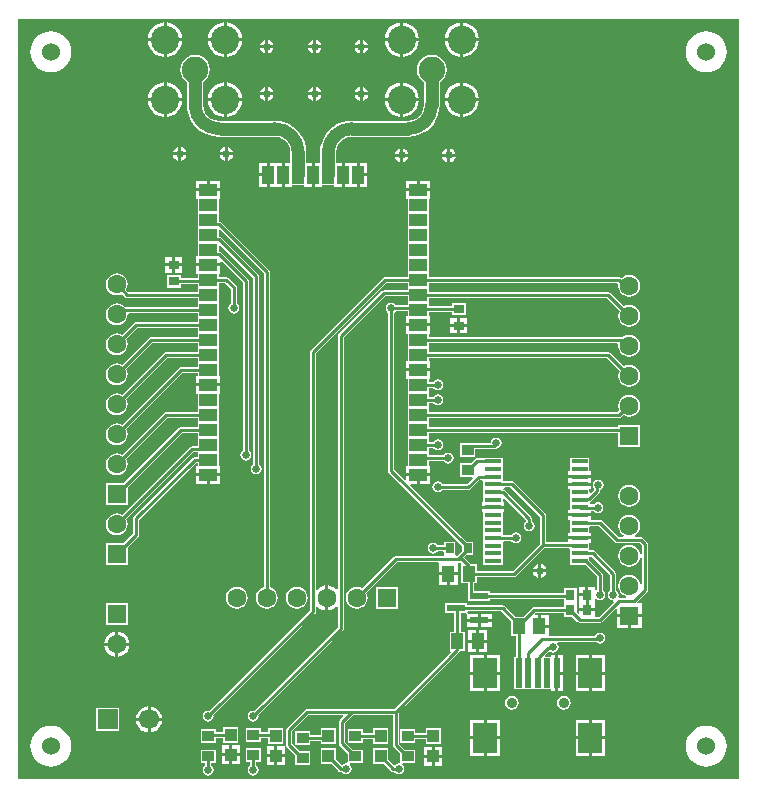
<source format=gtl>
G04*
G04 #@! TF.GenerationSoftware,Altium Limited,Altium NEXUS,2.1.7 (73)*
G04*
G04 Layer_Physical_Order=1*
G04 Layer_Color=255*
%FSLAX44Y44*%
%MOMM*%
G71*
G01*
G75*
%ADD14C,0.2540*%
%ADD17R,1.6100X0.6100*%
%ADD18R,1.1000X1.3800*%
%ADD19R,1.0000X0.9000*%
%ADD20R,1.0000X1.1000*%
%ADD21R,2.0000X2.5000*%
%ADD22R,0.5000X2.5000*%
%ADD23R,0.8000X0.9000*%
%ADD24R,1.3970X0.3480*%
%ADD25R,0.9000X0.8000*%
%ADD26R,1.0160X1.5240*%
%ADD27R,1.5240X1.0160*%
%ADD28R,0.7000X0.9000*%
%ADD29C,1.1000*%
%ADD51C,0.6500*%
%ADD52C,1.5240*%
%ADD53C,0.9000*%
%ADD54R,1.6000X1.6000*%
%ADD55C,1.6000*%
%ADD56C,2.4000*%
%ADD57C,2.2500*%
%ADD58R,1.7000X1.7000*%
%ADD59C,1.7000*%
%ADD60R,1.6000X1.6000*%
G36*
X867126Y914116D02*
Y270794D01*
X256824Y270794D01*
Y914116D01*
X867126Y914116D01*
D02*
G37*
%LPC*%
G36*
X433400Y911318D02*
Y898090D01*
X446628D01*
X446296Y900616D01*
X444831Y904153D01*
X442500Y907190D01*
X439463Y909521D01*
X435926Y910986D01*
X433400Y911318D01*
D02*
G37*
G36*
X430860D02*
X428334Y910986D01*
X424797Y909521D01*
X421760Y907190D01*
X419429Y904153D01*
X417964Y900616D01*
X417632Y898090D01*
X430860D01*
Y911318D01*
D02*
G37*
G36*
X382600D02*
Y898090D01*
X395828D01*
X395496Y900616D01*
X394031Y904153D01*
X391700Y907190D01*
X388663Y909521D01*
X385126Y910986D01*
X382600Y911318D01*
D02*
G37*
G36*
X380060D02*
X377534Y910986D01*
X373997Y909521D01*
X370960Y907190D01*
X368629Y904153D01*
X367164Y900616D01*
X366832Y898090D01*
X380060D01*
Y911318D01*
D02*
G37*
G36*
X633720Y911268D02*
Y898040D01*
X646948D01*
X646616Y900566D01*
X645151Y904103D01*
X642820Y907140D01*
X639783Y909471D01*
X636246Y910936D01*
X633720Y911268D01*
D02*
G37*
G36*
X582920D02*
Y898040D01*
X596148D01*
X595816Y900566D01*
X594351Y904103D01*
X592020Y907140D01*
X588983Y909471D01*
X585446Y910936D01*
X582920Y911268D01*
D02*
G37*
G36*
X631180Y911268D02*
X628654Y910936D01*
X625117Y909471D01*
X622080Y907140D01*
X619749Y904103D01*
X618284Y900566D01*
X617952Y898040D01*
X631180D01*
Y911268D01*
D02*
G37*
G36*
X580380D02*
X577854Y910936D01*
X574317Y909471D01*
X571280Y907140D01*
X568949Y904103D01*
X567484Y900566D01*
X567152Y898040D01*
X580380D01*
Y911268D01*
D02*
G37*
G36*
X548640Y896551D02*
Y892170D01*
X553021D01*
X552824Y893159D01*
X551544Y895074D01*
X549629Y896354D01*
X548640Y896551D01*
D02*
G37*
G36*
X546100D02*
X545111Y896354D01*
X543196Y895074D01*
X541916Y893159D01*
X541719Y892170D01*
X546100D01*
Y896551D01*
D02*
G37*
G36*
X509270D02*
Y892170D01*
X513651D01*
X513454Y893159D01*
X512174Y895074D01*
X510259Y896354D01*
X509270Y896551D01*
D02*
G37*
G36*
X506730D02*
X505741Y896354D01*
X503826Y895074D01*
X502546Y893159D01*
X502349Y892170D01*
X506730D01*
Y896551D01*
D02*
G37*
G36*
X468630D02*
Y892170D01*
X473011D01*
X472814Y893159D01*
X471534Y895074D01*
X469619Y896354D01*
X468630Y896551D01*
D02*
G37*
G36*
X466090D02*
X465101Y896354D01*
X463186Y895074D01*
X461906Y893159D01*
X461709Y892170D01*
X466090D01*
Y896551D01*
D02*
G37*
G36*
X553021Y889630D02*
X548640D01*
Y885249D01*
X549629Y885446D01*
X551544Y886726D01*
X552824Y888641D01*
X553021Y889630D01*
D02*
G37*
G36*
X546100D02*
X541719D01*
X541916Y888641D01*
X543196Y886726D01*
X545111Y885446D01*
X546100Y885249D01*
Y889630D01*
D02*
G37*
G36*
X513651D02*
X509270D01*
Y885249D01*
X510259Y885446D01*
X512174Y886726D01*
X513454Y888641D01*
X513651Y889630D01*
D02*
G37*
G36*
X506730D02*
X502349D01*
X502546Y888641D01*
X503826Y886726D01*
X505741Y885446D01*
X506730Y885249D01*
Y889630D01*
D02*
G37*
G36*
X473011D02*
X468630D01*
Y885249D01*
X469619Y885446D01*
X471534Y886726D01*
X472814Y888641D01*
X473011Y889630D01*
D02*
G37*
G36*
X466090D02*
X461709D01*
X461906Y888641D01*
X463186Y886726D01*
X465101Y885446D01*
X466090Y885249D01*
Y889630D01*
D02*
G37*
G36*
X380060Y895550D02*
X366832D01*
X367164Y893024D01*
X368629Y889487D01*
X370960Y886450D01*
X373997Y884119D01*
X377534Y882654D01*
X380060Y882322D01*
Y895550D01*
D02*
G37*
G36*
X446628Y895550D02*
X433400D01*
Y882322D01*
X435926Y882654D01*
X439463Y884119D01*
X442500Y886450D01*
X444831Y889487D01*
X446296Y893024D01*
X446628Y895550D01*
D02*
G37*
G36*
X430860D02*
X417632D01*
X417964Y893024D01*
X419429Y889487D01*
X421760Y886450D01*
X424797Y884119D01*
X428334Y882654D01*
X430860Y882322D01*
Y895550D01*
D02*
G37*
G36*
X395828Y895550D02*
X382600D01*
Y882322D01*
X385126Y882654D01*
X388663Y884119D01*
X391700Y886450D01*
X394031Y889487D01*
X395496Y893024D01*
X395828Y895550D01*
D02*
G37*
G36*
X646948Y895500D02*
X633720D01*
Y882272D01*
X636246Y882604D01*
X639783Y884069D01*
X642820Y886400D01*
X645151Y889437D01*
X646616Y892974D01*
X646948Y895500D01*
D02*
G37*
G36*
X596148D02*
X582920D01*
Y882272D01*
X585446Y882604D01*
X588983Y884069D01*
X592020Y886400D01*
X594351Y889437D01*
X595816Y892974D01*
X596148Y895500D01*
D02*
G37*
G36*
X631180D02*
X617952D01*
X618284Y892974D01*
X619749Y889437D01*
X622080Y886400D01*
X625117Y884069D01*
X628654Y882604D01*
X631180Y882272D01*
Y895500D01*
D02*
G37*
G36*
X580380D02*
X567152D01*
X567484Y892974D01*
X568949Y889437D01*
X571280Y886400D01*
X574317Y884069D01*
X577854Y882604D01*
X580380Y882272D01*
Y895500D01*
D02*
G37*
G36*
X839470Y903814D02*
X836085Y903480D01*
X832829Y902493D01*
X829829Y900889D01*
X827199Y898731D01*
X825041Y896101D01*
X823437Y893101D01*
X822450Y889846D01*
X822116Y886460D01*
X822450Y883074D01*
X823437Y879819D01*
X825041Y876819D01*
X827199Y874189D01*
X829829Y872031D01*
X832829Y870427D01*
X836085Y869440D01*
X839470Y869106D01*
X842856Y869440D01*
X846111Y870427D01*
X849111Y872031D01*
X851741Y874189D01*
X853899Y876819D01*
X855503Y879819D01*
X856490Y883074D01*
X856824Y886460D01*
X856490Y889846D01*
X855503Y893101D01*
X853899Y896101D01*
X851741Y898731D01*
X849111Y900889D01*
X846111Y902493D01*
X842856Y903480D01*
X839470Y903814D01*
D02*
G37*
G36*
X284480D02*
X281094Y903480D01*
X277839Y902493D01*
X274839Y900889D01*
X272209Y898731D01*
X270051Y896101D01*
X268447Y893101D01*
X267460Y889846D01*
X267126Y886460D01*
X267460Y883074D01*
X268447Y879819D01*
X270051Y876819D01*
X272209Y874189D01*
X274839Y872031D01*
X277839Y870427D01*
X281094Y869440D01*
X284480Y869106D01*
X287866Y869440D01*
X291121Y870427D01*
X294121Y872031D01*
X296751Y874189D01*
X298909Y876819D01*
X300513Y879819D01*
X301500Y883074D01*
X301834Y886460D01*
X301500Y889846D01*
X300513Y893101D01*
X298909Y896101D01*
X296751Y898731D01*
X294121Y900889D01*
X291121Y902493D01*
X287866Y903480D01*
X284480Y903814D01*
D02*
G37*
G36*
X548640Y856551D02*
Y852170D01*
X553021D01*
X552824Y853159D01*
X551544Y855074D01*
X549629Y856354D01*
X548640Y856551D01*
D02*
G37*
G36*
X546100D02*
X545111Y856354D01*
X543196Y855074D01*
X541916Y853159D01*
X541719Y852170D01*
X546100D01*
Y856551D01*
D02*
G37*
G36*
X509270D02*
Y852170D01*
X513651D01*
X513454Y853159D01*
X512174Y855074D01*
X510259Y856354D01*
X509270Y856551D01*
D02*
G37*
G36*
X506730D02*
X505741Y856354D01*
X503826Y855074D01*
X502546Y853159D01*
X502349Y852170D01*
X506730D01*
Y856551D01*
D02*
G37*
G36*
X468630D02*
Y852170D01*
X473011D01*
X472814Y853159D01*
X471534Y855074D01*
X469619Y856354D01*
X468630Y856551D01*
D02*
G37*
G36*
X466090D02*
X465101Y856354D01*
X463186Y855074D01*
X461906Y853159D01*
X461709Y852170D01*
X466090D01*
Y856551D01*
D02*
G37*
G36*
X433400Y860518D02*
Y847290D01*
X446628D01*
X446296Y849816D01*
X444831Y853353D01*
X442500Y856390D01*
X439463Y858721D01*
X435926Y860186D01*
X433400Y860518D01*
D02*
G37*
G36*
X430860D02*
X428334Y860186D01*
X424797Y858721D01*
X421760Y856390D01*
X419429Y853353D01*
X417964Y849816D01*
X417632Y847290D01*
X430860D01*
Y860518D01*
D02*
G37*
G36*
X382600D02*
Y847290D01*
X395828D01*
X395496Y849816D01*
X394031Y853353D01*
X391700Y856390D01*
X388663Y858721D01*
X385126Y860186D01*
X382600Y860518D01*
D02*
G37*
G36*
X380060D02*
X377534Y860186D01*
X373997Y858721D01*
X370960Y856390D01*
X368629Y853353D01*
X367164Y849816D01*
X366832Y847290D01*
X380060D01*
Y860518D01*
D02*
G37*
G36*
X633720Y860468D02*
Y847240D01*
X646948D01*
X646616Y849766D01*
X645151Y853303D01*
X642820Y856340D01*
X639783Y858671D01*
X636246Y860136D01*
X633720Y860468D01*
D02*
G37*
G36*
X582920D02*
Y847240D01*
X596148D01*
X595816Y849766D01*
X594351Y853303D01*
X592020Y856340D01*
X588983Y858671D01*
X585446Y860136D01*
X582920Y860468D01*
D02*
G37*
G36*
X631180D02*
X628654Y860136D01*
X625117Y858671D01*
X622080Y856340D01*
X619749Y853303D01*
X618284Y849766D01*
X617952Y847240D01*
X631180D01*
Y860468D01*
D02*
G37*
G36*
X580380D02*
X577854Y860136D01*
X574317Y858671D01*
X571280Y856340D01*
X568949Y853303D01*
X567484Y849766D01*
X567152Y847240D01*
X580380D01*
Y860468D01*
D02*
G37*
G36*
X553021Y849630D02*
X548640D01*
Y845249D01*
X549629Y845446D01*
X551544Y846726D01*
X552824Y848641D01*
X553021Y849630D01*
D02*
G37*
G36*
X546100D02*
X541719D01*
X541916Y848641D01*
X543196Y846726D01*
X545111Y845446D01*
X546100Y845249D01*
Y849630D01*
D02*
G37*
G36*
X513651D02*
X509270D01*
Y845249D01*
X510259Y845446D01*
X512174Y846726D01*
X513454Y848641D01*
X513651Y849630D01*
D02*
G37*
G36*
X506730D02*
X502349D01*
X502546Y848641D01*
X503826Y846726D01*
X505741Y845446D01*
X506730Y845249D01*
Y849630D01*
D02*
G37*
G36*
X473011D02*
X468630D01*
Y845249D01*
X469619Y845446D01*
X471534Y846726D01*
X472814Y848641D01*
X473011Y849630D01*
D02*
G37*
G36*
X466090D02*
X461709D01*
X461906Y848641D01*
X463186Y846726D01*
X465101Y845446D01*
X466090Y845249D01*
Y849630D01*
D02*
G37*
G36*
X380060Y844750D02*
X366832D01*
X367164Y842224D01*
X368629Y838687D01*
X370960Y835650D01*
X373997Y833319D01*
X377534Y831854D01*
X380060Y831522D01*
Y844750D01*
D02*
G37*
G36*
X446628Y844750D02*
X433400D01*
Y831522D01*
X435926Y831854D01*
X439463Y833319D01*
X442500Y835650D01*
X444831Y838687D01*
X446296Y842224D01*
X446628Y844750D01*
D02*
G37*
G36*
X430860D02*
X417632D01*
X417964Y842224D01*
X419429Y838687D01*
X421760Y835650D01*
X424797Y833319D01*
X428334Y831854D01*
X430860Y831522D01*
Y844750D01*
D02*
G37*
G36*
X395828Y844750D02*
X382600D01*
Y831522D01*
X385126Y831854D01*
X388663Y833319D01*
X391700Y835650D01*
X394031Y838687D01*
X395496Y842224D01*
X395828Y844750D01*
D02*
G37*
G36*
X646948Y844700D02*
X633720D01*
Y831472D01*
X636246Y831804D01*
X639783Y833269D01*
X642820Y835600D01*
X645151Y838637D01*
X646616Y842174D01*
X646948Y844700D01*
D02*
G37*
G36*
X596148D02*
X582920D01*
Y831472D01*
X585446Y831804D01*
X588983Y833269D01*
X592020Y835600D01*
X594351Y838637D01*
X595816Y842174D01*
X596148Y844700D01*
D02*
G37*
G36*
X631180D02*
X617952D01*
X618284Y842174D01*
X619749Y838637D01*
X622080Y835600D01*
X625117Y833269D01*
X628654Y831804D01*
X631180Y831472D01*
Y844700D01*
D02*
G37*
G36*
X580380D02*
X567152D01*
X567484Y842174D01*
X568949Y838637D01*
X571280Y835600D01*
X574317Y833269D01*
X577854Y831804D01*
X580380Y831472D01*
Y844700D01*
D02*
G37*
G36*
X607050Y883998D02*
X603782Y883568D01*
X600736Y882306D01*
X598121Y880299D01*
X596114Y877684D01*
X594852Y874638D01*
X594422Y871370D01*
X594852Y868102D01*
X596114Y865056D01*
X598121Y862441D01*
X600222Y860829D01*
Y841370D01*
X600244Y841201D01*
X599816Y837950D01*
X598495Y834762D01*
X596395Y832025D01*
X593658Y829925D01*
X590471Y828604D01*
X587219Y828176D01*
X587050Y828198D01*
X539750D01*
X539430Y828223D01*
Y828223D01*
X535229Y827892D01*
X531132Y826908D01*
X527239Y825296D01*
X523646Y823094D01*
X520442Y820358D01*
X517706Y817154D01*
X515504Y813561D01*
X513891Y809668D01*
X512908Y805571D01*
X512577Y801370D01*
X512602D01*
Y792480D01*
X508000D01*
Y782320D01*
Y772160D01*
X514350D01*
Y773430D01*
X524510D01*
Y772160D01*
X530860D01*
Y782320D01*
Y792480D01*
X526258D01*
Y801370D01*
X526236Y801539D01*
X526664Y804791D01*
X527985Y807978D01*
X530085Y810715D01*
X532822Y812815D01*
X536009Y814136D01*
X538208Y814425D01*
X539430Y814542D01*
X539547Y814542D01*
X540675Y814542D01*
X587050D01*
Y814517D01*
X591251Y814848D01*
X595348Y815832D01*
X599241Y817444D01*
X602834Y819646D01*
X606038Y822382D01*
X608774Y825586D01*
X610976Y829179D01*
X612589Y833072D01*
X613572Y837169D01*
X613903Y841370D01*
X613878D01*
Y860829D01*
X615979Y862441D01*
X617986Y865056D01*
X619248Y868102D01*
X619678Y871370D01*
X619248Y874638D01*
X617986Y877684D01*
X615979Y880299D01*
X613364Y882306D01*
X610318Y883568D01*
X607050Y883998D01*
D02*
G37*
G36*
X434340Y805751D02*
Y801370D01*
X438721D01*
X438524Y802359D01*
X437244Y804274D01*
X435329Y805554D01*
X434340Y805751D01*
D02*
G37*
G36*
X431800D02*
X430811Y805554D01*
X428896Y804274D01*
X427616Y802359D01*
X427419Y801370D01*
X431800D01*
Y805751D01*
D02*
G37*
G36*
X394970D02*
Y801370D01*
X399351D01*
X399154Y802359D01*
X397874Y804274D01*
X395959Y805554D01*
X394970Y805751D01*
D02*
G37*
G36*
X392430D02*
X391441Y805554D01*
X389526Y804274D01*
X388246Y802359D01*
X388049Y801370D01*
X392430D01*
Y805751D01*
D02*
G37*
G36*
X622930Y804481D02*
Y800100D01*
X627311D01*
X627114Y801089D01*
X625834Y803004D01*
X623919Y804284D01*
X622930Y804481D01*
D02*
G37*
G36*
X620390D02*
X619401Y804284D01*
X617486Y803004D01*
X616206Y801089D01*
X616009Y800100D01*
X620390D01*
Y804481D01*
D02*
G37*
G36*
X582930D02*
Y800100D01*
X587311D01*
X587114Y801089D01*
X585834Y803004D01*
X583919Y804284D01*
X582930Y804481D01*
D02*
G37*
G36*
X580390D02*
X579401Y804284D01*
X577486Y803004D01*
X576206Y801089D01*
X576009Y800100D01*
X580390D01*
Y804481D01*
D02*
G37*
G36*
X438721Y798830D02*
X434340D01*
Y794449D01*
X435329Y794646D01*
X437244Y795926D01*
X438524Y797841D01*
X438721Y798830D01*
D02*
G37*
G36*
X431800D02*
X427419D01*
X427616Y797841D01*
X428896Y795926D01*
X430811Y794646D01*
X431800Y794449D01*
Y798830D01*
D02*
G37*
G36*
X399351D02*
X394970D01*
Y794449D01*
X395959Y794646D01*
X397874Y795926D01*
X399154Y797841D01*
X399351Y798830D01*
D02*
G37*
G36*
X392430D02*
X388049D01*
X388246Y797841D01*
X389526Y795926D01*
X391441Y794646D01*
X392430Y794449D01*
Y798830D01*
D02*
G37*
G36*
X627311Y797560D02*
X622930D01*
Y793179D01*
X623919Y793376D01*
X625834Y794656D01*
X627114Y796571D01*
X627311Y797560D01*
D02*
G37*
G36*
X620390D02*
X616009D01*
X616206Y796571D01*
X617486Y794656D01*
X619401Y793376D01*
X620390Y793179D01*
Y797560D01*
D02*
G37*
G36*
X587311D02*
X582930D01*
Y793179D01*
X583919Y793376D01*
X585834Y794656D01*
X587114Y796571D01*
X587311Y797560D01*
D02*
G37*
G36*
X580390D02*
X576009D01*
X576206Y796571D01*
X577486Y794656D01*
X579401Y793376D01*
X580390Y793179D01*
Y797560D01*
D02*
G37*
G36*
X552450Y792480D02*
X546100D01*
Y783590D01*
X552450D01*
Y792480D01*
D02*
G37*
G36*
X467360D02*
X461010D01*
Y783590D01*
X467360D01*
Y792480D01*
D02*
G37*
G36*
X552450Y781050D02*
X546100D01*
Y772160D01*
X552450D01*
Y781050D01*
D02*
G37*
G36*
X543560Y792480D02*
X533400D01*
Y782320D01*
Y772160D01*
X543560D01*
Y782320D01*
Y792480D01*
D02*
G37*
G36*
X406730Y884048D02*
X403462Y883618D01*
X400416Y882356D01*
X397801Y880349D01*
X395794Y877734D01*
X394532Y874688D01*
X394102Y871420D01*
X394532Y868152D01*
X395794Y865106D01*
X397801Y862491D01*
X399902Y860879D01*
Y841420D01*
X399877D01*
X400208Y837219D01*
X401191Y833122D01*
X402804Y829229D01*
X405006Y825636D01*
X407742Y822432D01*
X410946Y819696D01*
X414539Y817494D01*
X418432Y815882D01*
X422529Y814898D01*
X426730Y814567D01*
Y814567D01*
X427967Y814671D01*
X428950Y814542D01*
X474748D01*
X477451Y814186D01*
X480638Y812866D01*
X483375Y810765D01*
X485476Y808028D01*
X486796Y804841D01*
X487224Y801589D01*
X487202Y801420D01*
Y792480D01*
X482600D01*
Y782320D01*
Y772160D01*
X488950D01*
Y773430D01*
X499110D01*
Y772160D01*
X505460D01*
Y782320D01*
Y792480D01*
X500858D01*
Y801420D01*
X500883D01*
X500552Y805621D01*
X499568Y809718D01*
X497956Y813611D01*
X495754Y817204D01*
X493018Y820408D01*
X489814Y823144D01*
X486221Y825346D01*
X482328Y826958D01*
X478231Y827942D01*
X478037Y827957D01*
X478017Y827966D01*
X476250Y828198D01*
X474975D01*
X474030Y828273D01*
Y828248D01*
X473650Y828198D01*
X428950D01*
X428030Y828077D01*
X426730Y828248D01*
Y828249D01*
X426686Y828210D01*
X423309Y828654D01*
X420122Y829975D01*
X417385Y832075D01*
X415285Y834812D01*
X413964Y837999D01*
X413536Y841251D01*
X413558Y841420D01*
Y860879D01*
X415659Y862491D01*
X417666Y865106D01*
X418928Y868152D01*
X419358Y871420D01*
X418928Y874688D01*
X417666Y877734D01*
X415659Y880349D01*
X413044Y882356D01*
X409998Y883618D01*
X406730Y884048D01*
D02*
G37*
G36*
X480060Y792480D02*
X469900D01*
Y782320D01*
Y772160D01*
X480060D01*
Y782320D01*
Y792480D01*
D02*
G37*
G36*
X467360Y781050D02*
X461010D01*
Y772160D01*
X467360D01*
Y781050D01*
D02*
G37*
G36*
X427990Y777240D02*
X419100D01*
Y770890D01*
X427990D01*
Y777240D01*
D02*
G37*
G36*
X605790D02*
X596900D01*
Y770890D01*
X605790D01*
Y777240D01*
D02*
G37*
G36*
X594360D02*
X585470D01*
Y770890D01*
X594360D01*
Y777240D01*
D02*
G37*
G36*
X416560D02*
X407670D01*
Y770890D01*
X416560D01*
Y777240D01*
D02*
G37*
G36*
X395660Y712690D02*
X389890D01*
Y707420D01*
X395660D01*
Y712690D01*
D02*
G37*
G36*
X387350D02*
X381580D01*
Y707420D01*
X387350D01*
Y712690D01*
D02*
G37*
G36*
X395660Y704880D02*
X389890D01*
Y699610D01*
X395660D01*
Y704880D01*
D02*
G37*
G36*
X387350D02*
X381580D01*
Y699610D01*
X387350D01*
Y704880D01*
D02*
G37*
G36*
X427990Y704850D02*
X417830D01*
X407670D01*
Y698500D01*
X408940D01*
Y694740D01*
X394390D01*
Y697420D01*
X382850D01*
Y686880D01*
X394390D01*
Y689560D01*
X408940D01*
Y683310D01*
X350323D01*
X348528Y685105D01*
X349391Y687190D01*
X349710Y689610D01*
X349391Y692030D01*
X348457Y694285D01*
X346971Y696221D01*
X345035Y697707D01*
X342780Y698641D01*
X340360Y698960D01*
X337940Y698641D01*
X335685Y697707D01*
X333749Y696221D01*
X332263Y694285D01*
X331329Y692030D01*
X331010Y689610D01*
X331329Y687190D01*
X332263Y684935D01*
X333749Y682999D01*
X335685Y681513D01*
X337940Y680579D01*
X340360Y680260D01*
X342780Y680579D01*
X344865Y681442D01*
X347419Y678889D01*
X348259Y678327D01*
X349250Y678130D01*
X408940D01*
Y670610D01*
X347812D01*
X347224Y670493D01*
X346971Y670821D01*
X345035Y672307D01*
X342780Y673241D01*
X340360Y673560D01*
X337940Y673241D01*
X335685Y672307D01*
X333749Y670821D01*
X332263Y668885D01*
X331329Y666630D01*
X331010Y664210D01*
X331329Y661790D01*
X332263Y659535D01*
X333749Y657599D01*
X335685Y656113D01*
X337940Y655179D01*
X340360Y654860D01*
X342780Y655179D01*
X345035Y656113D01*
X346971Y657599D01*
X348457Y659535D01*
X349391Y661790D01*
X349710Y664210D01*
X349675Y664475D01*
X350512Y665430D01*
X408940D01*
Y657910D01*
X356870D01*
X355879Y657713D01*
X355039Y657151D01*
X344865Y646978D01*
X342780Y647841D01*
X340360Y648160D01*
X337940Y647841D01*
X335685Y646907D01*
X333749Y645421D01*
X332263Y643485D01*
X331329Y641230D01*
X331010Y638810D01*
X331329Y636390D01*
X332263Y634135D01*
X333749Y632199D01*
X335685Y630713D01*
X337940Y629779D01*
X340360Y629460D01*
X342780Y629779D01*
X345035Y630713D01*
X346971Y632199D01*
X348457Y634135D01*
X349391Y636390D01*
X349710Y638810D01*
X349391Y641230D01*
X348528Y643315D01*
X357943Y652730D01*
X408940D01*
Y645210D01*
X369570D01*
X368579Y645013D01*
X367739Y644451D01*
X344865Y621578D01*
X342780Y622441D01*
X340360Y622760D01*
X337940Y622441D01*
X335685Y621507D01*
X333749Y620021D01*
X332263Y618085D01*
X331329Y615830D01*
X331010Y613410D01*
X331329Y610990D01*
X332263Y608735D01*
X333749Y606799D01*
X335685Y605313D01*
X337940Y604379D01*
X340360Y604060D01*
X342780Y604379D01*
X345035Y605313D01*
X346971Y606799D01*
X348457Y608735D01*
X349391Y610990D01*
X349710Y613410D01*
X349391Y615830D01*
X348528Y617915D01*
X370643Y640030D01*
X408940D01*
Y632510D01*
X382270D01*
X381279Y632313D01*
X380439Y631751D01*
X344865Y596178D01*
X342780Y597041D01*
X340360Y597360D01*
X337940Y597041D01*
X335685Y596107D01*
X333749Y594621D01*
X332263Y592685D01*
X331329Y590430D01*
X331010Y588010D01*
X331329Y585590D01*
X332263Y583335D01*
X333749Y581399D01*
X335685Y579913D01*
X337940Y578979D01*
X340360Y578660D01*
X342780Y578979D01*
X345035Y579913D01*
X346971Y581399D01*
X348457Y583335D01*
X349391Y585590D01*
X349710Y588010D01*
X349391Y590430D01*
X348528Y592515D01*
X383343Y627330D01*
X408940D01*
Y619810D01*
X394970D01*
X393979Y619613D01*
X393139Y619051D01*
X344865Y570778D01*
X342780Y571641D01*
X340360Y571960D01*
X337940Y571641D01*
X335685Y570707D01*
X333749Y569221D01*
X332263Y567285D01*
X331329Y565030D01*
X331010Y562610D01*
X331329Y560190D01*
X332263Y557935D01*
X333749Y555999D01*
X335685Y554513D01*
X337940Y553579D01*
X340360Y553260D01*
X342780Y553579D01*
X345035Y554513D01*
X346971Y555999D01*
X348457Y557935D01*
X349391Y560190D01*
X349710Y562610D01*
X349391Y565030D01*
X348528Y567115D01*
X396043Y614630D01*
X408940D01*
Y612140D01*
X407670D01*
Y605790D01*
X417830D01*
X427990D01*
Y612140D01*
X426720D01*
Y623570D01*
Y636270D01*
Y648970D01*
Y661670D01*
Y674370D01*
Y687070D01*
Y690830D01*
X431997D01*
X436830Y685997D01*
Y672996D01*
X436161Y672549D01*
X435162Y671054D01*
X434811Y669290D01*
X435162Y667526D01*
X436161Y666031D01*
X437656Y665032D01*
X439420Y664681D01*
X441184Y665032D01*
X442679Y666031D01*
X443678Y667526D01*
X444029Y669290D01*
X443678Y671054D01*
X442679Y672549D01*
X442010Y672996D01*
Y687070D01*
X441813Y688061D01*
X441251Y688901D01*
X434901Y695251D01*
X434061Y695813D01*
X433070Y696010D01*
X426720D01*
Y698500D01*
X427990D01*
Y704850D01*
D02*
G37*
G36*
X605790Y768350D02*
X585470D01*
Y762000D01*
X586740D01*
Y750570D01*
Y737870D01*
Y725170D01*
Y712470D01*
Y699770D01*
Y696010D01*
X567690D01*
X566699Y695813D01*
X565859Y695251D01*
X504519Y633911D01*
X503957Y633071D01*
X503760Y632080D01*
Y413443D01*
X418619Y328302D01*
X417830Y328459D01*
X416066Y328108D01*
X414571Y327109D01*
X413572Y325614D01*
X413221Y323850D01*
X413572Y322086D01*
X414571Y320591D01*
X416066Y319592D01*
X417830Y319241D01*
X419594Y319592D01*
X421089Y320591D01*
X422088Y322086D01*
X422439Y323850D01*
X422282Y324639D01*
X508181Y410539D01*
X508743Y411379D01*
X508940Y412370D01*
Y416796D01*
X510210Y417227D01*
X510643Y416663D01*
X512845Y414973D01*
X515409Y413911D01*
X516890Y413716D01*
Y424180D01*
Y434644D01*
X515409Y434449D01*
X512845Y433387D01*
X510643Y431697D01*
X510210Y431133D01*
X508940Y431564D01*
Y631007D01*
X568763Y690830D01*
X586740D01*
Y684580D01*
X566420D01*
X565429Y684383D01*
X564589Y683821D01*
X528139Y647371D01*
X527577Y646531D01*
X527380Y645540D01*
Y431564D01*
X526110Y431133D01*
X525677Y431697D01*
X523475Y433387D01*
X520911Y434449D01*
X519430Y434644D01*
Y424180D01*
Y413716D01*
X520911Y413911D01*
X523475Y414973D01*
X525677Y416663D01*
X526110Y417227D01*
X527380Y416796D01*
Y398963D01*
X456719Y328302D01*
X455930Y328459D01*
X454166Y328108D01*
X452671Y327109D01*
X451672Y325614D01*
X451321Y323850D01*
X451672Y322086D01*
X452671Y320591D01*
X454166Y319592D01*
X455930Y319241D01*
X457694Y319592D01*
X459189Y320591D01*
X460188Y322086D01*
X460539Y323850D01*
X460382Y324639D01*
X531801Y396059D01*
X532363Y396899D01*
X532560Y397890D01*
Y644467D01*
X567493Y679400D01*
X586740D01*
Y671880D01*
X576476D01*
X576029Y672549D01*
X574534Y673548D01*
X572770Y673899D01*
X571006Y673548D01*
X569511Y672549D01*
X568512Y671054D01*
X568161Y669290D01*
X568512Y667526D01*
X569511Y666031D01*
X570180Y665584D01*
Y531740D01*
X570377Y530749D01*
X570939Y529909D01*
X632650Y468198D01*
Y463983D01*
X628457Y459790D01*
X628240D01*
X627190Y460320D01*
X627190Y461060D01*
Y471860D01*
X617650D01*
Y468680D01*
X612036D01*
X611589Y469349D01*
X610094Y470348D01*
X608330Y470699D01*
X606566Y470348D01*
X605071Y469349D01*
X604072Y467854D01*
X603721Y466090D01*
X604072Y464326D01*
X605071Y462831D01*
X606566Y461832D01*
X608330Y461481D01*
X610094Y461832D01*
X611589Y462831D01*
X612036Y463500D01*
X616752D01*
X617650Y462602D01*
X617650Y460320D01*
X616600Y459790D01*
X576580D01*
X575589Y459593D01*
X574749Y459031D01*
X548065Y432348D01*
X545980Y433211D01*
X543560Y433530D01*
X541140Y433211D01*
X538885Y432277D01*
X536949Y430791D01*
X535463Y428855D01*
X534529Y426600D01*
X534210Y424180D01*
X534529Y421760D01*
X535463Y419505D01*
X536949Y417569D01*
X538885Y416083D01*
X541140Y415149D01*
X543560Y414830D01*
X545980Y415149D01*
X548235Y416083D01*
X550171Y417569D01*
X551657Y419505D01*
X552591Y421760D01*
X552910Y424180D01*
X552591Y426600D01*
X551728Y428685D01*
X577653Y454610D01*
X612258D01*
X613250Y453940D01*
X613250Y453340D01*
Y445770D01*
X621290D01*
X629330D01*
Y453340D01*
X629330Y453940D01*
X630322Y454610D01*
X631387D01*
X632233Y453764D01*
X631780Y452670D01*
X631780D01*
Y436330D01*
X638120D01*
Y427320D01*
X638170Y427070D01*
Y421220D01*
X656810D01*
Y422950D01*
X719250D01*
Y421060D01*
X719250Y420950D01*
Y419790D01*
X719250Y419680D01*
Y416610D01*
X693550D01*
X692559Y416413D01*
X691719Y415851D01*
X684088Y408220D01*
X677872D01*
X668971Y417121D01*
X668131Y417683D01*
X667140Y417880D01*
X636910D01*
Y419610D01*
X618270D01*
Y410970D01*
X626320D01*
Y395520D01*
X622140D01*
Y379180D01*
X622778D01*
X623264Y378007D01*
X575507Y330250D01*
X501650D01*
X500659Y330053D01*
X499819Y329491D01*
X484579Y314251D01*
X484017Y313411D01*
X483820Y312420D01*
Y299610D01*
X484017Y298619D01*
X484579Y297779D01*
X491570Y290788D01*
Y282910D01*
X504110D01*
Y294450D01*
X495233D01*
X489000Y300683D01*
Y311347D01*
X502723Y325070D01*
X531838D01*
X532324Y323897D01*
X529029Y320601D01*
X528467Y319761D01*
X528270Y318770D01*
Y300880D01*
X528467Y299889D01*
X529029Y299049D01*
X536020Y292057D01*
Y285035D01*
X534835Y283976D01*
X534670Y284009D01*
X532906Y283658D01*
X531411Y282659D01*
X530476Y282567D01*
X525700Y287342D01*
Y296720D01*
X513160D01*
Y283180D01*
X522537D01*
X528149Y277569D01*
X528989Y277007D01*
X529980Y276810D01*
X530964D01*
X531411Y276141D01*
X532906Y275142D01*
X534670Y274791D01*
X536434Y275142D01*
X537929Y276141D01*
X538928Y277636D01*
X539279Y279400D01*
X538928Y281164D01*
X537929Y282659D01*
X537553Y282910D01*
X537938Y284180D01*
X548560D01*
Y295720D01*
X539683D01*
X533450Y301953D01*
Y317697D01*
X540823Y325070D01*
X573990D01*
Y299610D01*
X574187Y298619D01*
X574749Y297779D01*
X580470Y292057D01*
Y285035D01*
X579285Y283976D01*
X579120Y284009D01*
X577356Y283658D01*
X575861Y282659D01*
X574926Y282567D01*
X570150Y287342D01*
Y296720D01*
X557610D01*
Y283180D01*
X566987D01*
X572599Y277569D01*
X573439Y277007D01*
X574430Y276810D01*
X575414D01*
X575861Y276141D01*
X577356Y275142D01*
X579120Y274791D01*
X580884Y275142D01*
X582379Y276141D01*
X583378Y277636D01*
X583729Y279400D01*
X583378Y281164D01*
X582379Y282659D01*
X582003Y282910D01*
X582388Y284180D01*
X593010D01*
Y295720D01*
X584132D01*
X579170Y300683D01*
Y326587D01*
X630481Y377899D01*
X631043Y378739D01*
X631130Y379180D01*
X635680D01*
Y395520D01*
X631500D01*
Y410970D01*
X635640D01*
X635771Y410970D01*
X636900Y410630D01*
X636900Y409724D01*
X636900Y409720D01*
X636900Y409647D01*
Y406310D01*
X646220D01*
Y410630D01*
X638170D01*
X638039Y410630D01*
X637522Y410786D01*
X637290Y412182D01*
X637808Y412700D01*
X666067D01*
X674210Y404557D01*
Y391880D01*
X678230D01*
Y374150D01*
X677050D01*
Y346610D01*
X684590D01*
Y346610D01*
X685050D01*
Y346610D01*
X692590D01*
Y346610D01*
X693050D01*
Y346610D01*
X699780D01*
X700590Y346610D01*
Y346610D01*
X701050D01*
Y346610D01*
X707780D01*
Y345340D01*
X711550D01*
Y360380D01*
Y375420D01*
X707780D01*
Y374150D01*
X703524D01*
X703038Y375323D01*
X706637Y378923D01*
X706804D01*
X708166Y378012D01*
X709930Y377661D01*
X711694Y378012D01*
X713189Y379011D01*
X714188Y380506D01*
X714539Y382270D01*
X714188Y384034D01*
X713221Y385480D01*
X713278Y385766D01*
X713647Y386750D01*
X745962D01*
X746041Y386631D01*
X747536Y385632D01*
X749300Y385281D01*
X751064Y385632D01*
X752559Y386631D01*
X753558Y388126D01*
X753909Y389890D01*
X753558Y391654D01*
X752559Y393149D01*
X751064Y394148D01*
X749300Y394499D01*
X747536Y394148D01*
X746041Y393149D01*
X745227Y391930D01*
X706280D01*
Y398780D01*
X698240D01*
Y400050D01*
X696970D01*
Y409490D01*
X694658D01*
X694140Y410676D01*
X694748Y411430D01*
X719250D01*
Y408250D01*
X726127D01*
X730499Y403879D01*
X731339Y403317D01*
X732330Y403120D01*
X749704D01*
X750695Y403317D01*
X751535Y403879D01*
X762657Y415000D01*
X763830Y414514D01*
Y410210D01*
X774370D01*
X784910D01*
Y419480D01*
X781670D01*
X781144Y420750D01*
X789231Y428837D01*
X789793Y429677D01*
X789990Y430668D01*
Y469900D01*
X789793Y470891D01*
X789231Y471731D01*
X785801Y475161D01*
X784961Y475723D01*
X783970Y475920D01*
X779581D01*
X779323Y476460D01*
X779237Y477190D01*
X780981Y478529D01*
X782467Y480465D01*
X783401Y482720D01*
X783720Y485140D01*
X783401Y487560D01*
X782467Y489815D01*
X780981Y491751D01*
X779045Y493237D01*
X776790Y494171D01*
X774370Y494490D01*
X771950Y494171D01*
X769695Y493237D01*
X767759Y491751D01*
X766273Y489815D01*
X765339Y487560D01*
X765020Y485140D01*
X765339Y482720D01*
X766273Y480465D01*
X767759Y478529D01*
X769503Y477190D01*
X769417Y476460D01*
X769159Y475920D01*
X764943D01*
X751131Y489731D01*
X750291Y490293D01*
X749300Y490490D01*
X741775D01*
Y493130D01*
X732250D01*
X722725D01*
Y490120D01*
X723995D01*
Y485680D01*
X723995Y484890D01*
X723995Y483620D01*
Y479180D01*
X722725D01*
Y476170D01*
X732250D01*
X741775D01*
Y479180D01*
X740505D01*
Y483620D01*
X740505Y484410D01*
X741398Y485310D01*
X748227D01*
X762039Y471499D01*
X762879Y470937D01*
X763870Y470740D01*
X782897D01*
X784810Y468827D01*
Y461189D01*
X783540Y461105D01*
X783401Y462160D01*
X782467Y464415D01*
X780981Y466351D01*
X779045Y467837D01*
X776790Y468771D01*
X774370Y469090D01*
X771950Y468771D01*
X769695Y467837D01*
X767759Y466351D01*
X766273Y464415D01*
X765339Y462160D01*
X765020Y459740D01*
X765339Y457320D01*
X766273Y455065D01*
X767759Y453129D01*
X769695Y451643D01*
X771950Y450709D01*
X774370Y450390D01*
X776790Y450709D01*
X779045Y451643D01*
X780981Y453129D01*
X782467Y455065D01*
X783401Y457320D01*
X783540Y458375D01*
X784810Y458292D01*
Y435788D01*
X783540Y435705D01*
X783401Y436760D01*
X782467Y439015D01*
X780981Y440951D01*
X779045Y442437D01*
X776790Y443371D01*
X774370Y443690D01*
X771950Y443371D01*
X769695Y442437D01*
X767759Y440951D01*
X766273Y439015D01*
X765339Y436760D01*
X765020Y434340D01*
X765339Y431920D01*
X766273Y429665D01*
X767759Y427729D01*
X769695Y426243D01*
X771489Y425500D01*
X771236Y424230D01*
X766030D01*
X765747Y424427D01*
X765285Y424976D01*
X765079Y425414D01*
X765339Y426720D01*
X764988Y428484D01*
X763989Y429979D01*
X763320Y430426D01*
Y444625D01*
X763123Y445616D01*
X762561Y446456D01*
X745286Y463731D01*
X744446Y464293D01*
X743455Y464490D01*
X741398D01*
X740505Y465390D01*
X740505Y466180D01*
Y470620D01*
X741775D01*
Y473630D01*
X732250D01*
X722725D01*
Y471220D01*
X703630D01*
Y494030D01*
X703433Y495021D01*
X702871Y495861D01*
X676501Y522231D01*
X675661Y522793D01*
X674670Y522990D01*
X668278D01*
X667385Y523890D01*
X667385Y524680D01*
Y529120D01*
X667385Y529910D01*
X667385Y531180D01*
Y535620D01*
X667385Y536410D01*
X667385Y537680D01*
Y542910D01*
X650875D01*
Y542490D01*
X645420D01*
X644429Y542293D01*
X643589Y541731D01*
X640147Y538290D01*
X631270D01*
Y526750D01*
X641336D01*
X641822Y525577D01*
X636995Y520750D01*
X615846D01*
X615399Y521419D01*
X613904Y522418D01*
X612140Y522769D01*
X610376Y522418D01*
X608881Y521419D01*
X607882Y519924D01*
X607531Y518160D01*
X607882Y516396D01*
X608881Y514901D01*
X610376Y513902D01*
X612140Y513551D01*
X613904Y513902D01*
X615399Y514901D01*
X615846Y515570D01*
X638068D01*
X639059Y515767D01*
X639899Y516329D01*
X647881Y524310D01*
X649982D01*
X650875Y523410D01*
X650875Y522620D01*
Y518180D01*
X650875Y517390D01*
X650875Y516120D01*
Y511680D01*
X650875Y510890D01*
X650875D01*
Y510410D01*
X650875D01*
Y505180D01*
X649605D01*
Y502170D01*
X659130D01*
X668655D01*
Y505180D01*
X667385D01*
Y507936D01*
X668558Y508422D01*
X686952Y490028D01*
X686877Y488750D01*
X686351Y488399D01*
X685352Y486904D01*
X685001Y485140D01*
X685352Y483376D01*
X686351Y481881D01*
X687846Y480882D01*
X689610Y480531D01*
X691374Y480882D01*
X692869Y481881D01*
X693868Y483376D01*
X694219Y485140D01*
X693868Y486904D01*
X692869Y488399D01*
X692200Y488846D01*
Y491033D01*
X692003Y492024D01*
X691441Y492864D01*
X669044Y515261D01*
X668204Y515823D01*
X667948Y515874D01*
X667782Y516746D01*
X668708Y517810D01*
X673597D01*
X698450Y492957D01*
Y469703D01*
X675837Y447090D01*
X645320D01*
Y452670D01*
X640649D01*
X640641Y452681D01*
X634658Y458665D01*
X636312Y460320D01*
X642190D01*
Y471860D01*
X636312D01*
X588646Y519527D01*
X589132Y520700D01*
X594360D01*
Y527050D01*
X585470D01*
Y524362D01*
X584297Y523876D01*
X575360Y532813D01*
Y665584D01*
X576029Y666031D01*
X576476Y666700D01*
X586740D01*
Y662940D01*
X585470D01*
Y656590D01*
X605790D01*
Y662940D01*
X604520D01*
Y666080D01*
X624150D01*
Y663400D01*
X635690D01*
Y673940D01*
X624150D01*
Y671260D01*
X604520D01*
Y678130D01*
X755517D01*
X766202Y667445D01*
X765339Y665360D01*
X765020Y662940D01*
X765339Y660520D01*
X766273Y658265D01*
X767759Y656329D01*
X769695Y654843D01*
X771950Y653909D01*
X774370Y653590D01*
X776790Y653909D01*
X779045Y654843D01*
X780981Y656329D01*
X782467Y658265D01*
X783401Y660520D01*
X783720Y662940D01*
X783401Y665360D01*
X782467Y667615D01*
X780981Y669551D01*
X779045Y671037D01*
X776790Y671971D01*
X774370Y672290D01*
X771950Y671971D01*
X769865Y671108D01*
X758421Y682551D01*
X757581Y683113D01*
X756590Y683310D01*
X604520D01*
Y690830D01*
X764297D01*
X765216Y689826D01*
X765020Y688340D01*
X765339Y685920D01*
X766273Y683665D01*
X767759Y681729D01*
X769695Y680243D01*
X771950Y679309D01*
X774370Y678990D01*
X776790Y679309D01*
X779045Y680243D01*
X780981Y681729D01*
X782467Y683665D01*
X783401Y685920D01*
X783720Y688340D01*
X783401Y690760D01*
X782467Y693015D01*
X780981Y694951D01*
X779045Y696437D01*
X776790Y697371D01*
X774370Y697690D01*
X771950Y697371D01*
X769695Y696437D01*
X767770Y694960D01*
X767479Y695251D01*
X766639Y695813D01*
X765648Y696010D01*
X604520D01*
Y699770D01*
Y712470D01*
Y725170D01*
Y737870D01*
Y750570D01*
Y762000D01*
X605790D01*
Y768350D01*
D02*
G37*
G36*
X636960Y661210D02*
X631190D01*
Y655940D01*
X636960D01*
Y661210D01*
D02*
G37*
G36*
X628650D02*
X622880D01*
Y655940D01*
X628650D01*
Y661210D01*
D02*
G37*
G36*
X636960Y653400D02*
X631190D01*
Y648130D01*
X636960D01*
Y653400D01*
D02*
G37*
G36*
X628650D02*
X622880D01*
Y648130D01*
X628650D01*
Y653400D01*
D02*
G37*
G36*
X605790Y654050D02*
X585470D01*
Y647700D01*
X586740D01*
Y636270D01*
Y624840D01*
X585470D01*
Y618490D01*
X605790D01*
Y624840D01*
X604520D01*
Y627330D01*
X755517D01*
X766202Y616645D01*
X765339Y614560D01*
X765020Y612140D01*
X765339Y609720D01*
X766273Y607465D01*
X767759Y605529D01*
X769695Y604043D01*
X771950Y603109D01*
X774370Y602790D01*
X776790Y603109D01*
X779045Y604043D01*
X780981Y605529D01*
X782467Y607465D01*
X783401Y609720D01*
X783720Y612140D01*
X783401Y614560D01*
X782467Y616815D01*
X780981Y618751D01*
X779045Y620237D01*
X776790Y621171D01*
X774370Y621490D01*
X771950Y621171D01*
X769865Y620308D01*
X758421Y631751D01*
X757581Y632313D01*
X756590Y632510D01*
X604520D01*
Y640030D01*
X764067D01*
X765181Y638760D01*
X765020Y637540D01*
X765339Y635120D01*
X766273Y632865D01*
X767759Y630929D01*
X769695Y629443D01*
X771950Y628509D01*
X774370Y628190D01*
X776790Y628509D01*
X779045Y629443D01*
X780981Y630929D01*
X782467Y632865D01*
X783401Y635120D01*
X783720Y637540D01*
X783401Y639960D01*
X782467Y642215D01*
X780981Y644151D01*
X779045Y645637D01*
X776790Y646571D01*
X774370Y646890D01*
X771950Y646571D01*
X769695Y645637D01*
X768504Y644723D01*
X768071Y645013D01*
X767080Y645210D01*
X604520D01*
Y647700D01*
X605790D01*
Y654050D01*
D02*
G37*
G36*
Y615950D02*
X585470D01*
Y609600D01*
X586740D01*
Y598170D01*
Y585470D01*
Y572770D01*
Y560070D01*
Y547370D01*
Y535940D01*
X585470D01*
Y529590D01*
X605790D01*
Y535940D01*
X604520D01*
Y539700D01*
X617324D01*
X617771Y539031D01*
X619266Y538032D01*
X621030Y537681D01*
X622794Y538032D01*
X624289Y539031D01*
X625288Y540526D01*
X625639Y542290D01*
X625288Y544054D01*
X624289Y545549D01*
X622794Y546548D01*
X621030Y546899D01*
X619266Y546548D01*
X617771Y545549D01*
X617324Y544880D01*
X604520D01*
Y551130D01*
X608434D01*
X608881Y550461D01*
X610376Y549462D01*
X612140Y549111D01*
X613904Y549462D01*
X615399Y550461D01*
X616398Y551956D01*
X616749Y553720D01*
X616398Y555484D01*
X615399Y556979D01*
X613904Y557978D01*
X612140Y558329D01*
X610376Y557978D01*
X608881Y556979D01*
X608434Y556310D01*
X604520D01*
Y563830D01*
X765100D01*
Y552070D01*
X783640D01*
Y570610D01*
X765100D01*
Y569010D01*
X604520D01*
Y576530D01*
X765288D01*
X766279Y576727D01*
X767119Y577289D01*
X769004Y579173D01*
X769695Y578643D01*
X771950Y577709D01*
X774370Y577390D01*
X776790Y577709D01*
X779045Y578643D01*
X780981Y580129D01*
X782467Y582065D01*
X783401Y584320D01*
X783720Y586740D01*
X783401Y589160D01*
X782467Y591415D01*
X780981Y593351D01*
X779045Y594837D01*
X776790Y595771D01*
X774370Y596090D01*
X771950Y595771D01*
X769695Y594837D01*
X767759Y593351D01*
X766273Y591415D01*
X765339Y589160D01*
X765020Y586740D01*
X765339Y584320D01*
X765774Y583269D01*
X764215Y581710D01*
X604520D01*
Y589230D01*
X608434D01*
X608881Y588561D01*
X610376Y587562D01*
X612140Y587211D01*
X613904Y587562D01*
X615399Y588561D01*
X616398Y590056D01*
X616749Y591820D01*
X616398Y593584D01*
X615399Y595079D01*
X613904Y596078D01*
X612140Y596429D01*
X610376Y596078D01*
X608881Y595079D01*
X608434Y594410D01*
X604520D01*
Y601930D01*
X608434D01*
X608881Y601261D01*
X610376Y600262D01*
X612140Y599911D01*
X613904Y600262D01*
X615399Y601261D01*
X616398Y602756D01*
X616749Y604520D01*
X616398Y606284D01*
X615399Y607779D01*
X613904Y608778D01*
X612140Y609129D01*
X610376Y608778D01*
X608881Y607779D01*
X608434Y607110D01*
X604520D01*
Y609600D01*
X605790D01*
Y615950D01*
D02*
G37*
G36*
X661670Y559599D02*
X659906Y559248D01*
X658411Y558249D01*
X657412Y556754D01*
X657131Y555340D01*
X640770D01*
X640520Y555290D01*
X631270D01*
Y543750D01*
X643810D01*
Y550160D01*
X659430D01*
X660421Y550357D01*
X660735Y550567D01*
X661670Y550381D01*
X663434Y550732D01*
X664929Y551731D01*
X665928Y553226D01*
X666279Y554990D01*
X665928Y556754D01*
X664929Y558249D01*
X663434Y559248D01*
X661670Y559599D01*
D02*
G37*
G36*
X427990Y603250D02*
X417830D01*
X407670D01*
Y596900D01*
X408940D01*
Y585470D01*
Y581710D01*
X382270D01*
X381279Y581513D01*
X380439Y580951D01*
X344865Y545378D01*
X342780Y546241D01*
X340360Y546560D01*
X337940Y546241D01*
X335685Y545307D01*
X333749Y543821D01*
X332263Y541885D01*
X331329Y539630D01*
X331010Y537210D01*
X331329Y534790D01*
X332263Y532535D01*
X333749Y530599D01*
X335685Y529113D01*
X337940Y528179D01*
X340360Y527860D01*
X342780Y528179D01*
X345035Y529113D01*
X346971Y530599D01*
X348457Y532535D01*
X349391Y534790D01*
X349710Y537210D01*
X349391Y539630D01*
X348528Y541715D01*
X383343Y576530D01*
X408940D01*
Y569010D01*
X394970D01*
X393979Y568813D01*
X393139Y568251D01*
X345967Y521080D01*
X331090D01*
Y502540D01*
X349630D01*
Y517417D01*
X396043Y563830D01*
X408940D01*
Y552500D01*
X403860D01*
X402869Y552303D01*
X402029Y551741D01*
X344865Y494578D01*
X342780Y495441D01*
X340360Y495760D01*
X337940Y495441D01*
X335685Y494507D01*
X333749Y493021D01*
X332263Y491085D01*
X331329Y488830D01*
X331010Y486410D01*
X331329Y483990D01*
X332263Y481735D01*
X333749Y479799D01*
X335685Y478313D01*
X337940Y477379D01*
X340360Y477060D01*
X342780Y477379D01*
X345035Y478313D01*
X346971Y479799D01*
X348457Y481735D01*
X349391Y483990D01*
X349710Y486410D01*
X349391Y488830D01*
X348528Y490915D01*
X404933Y547320D01*
X408940D01*
Y543610D01*
X406400D01*
X405409Y543413D01*
X404569Y542851D01*
X355039Y493321D01*
X354477Y492481D01*
X354280Y491490D01*
Y478593D01*
X345967Y470280D01*
X331090D01*
Y451740D01*
X349630D01*
Y466618D01*
X358701Y475689D01*
X359263Y476529D01*
X359460Y477520D01*
Y490417D01*
X407473Y538430D01*
X408940D01*
Y535940D01*
X407670D01*
Y529590D01*
X417830D01*
X427990D01*
Y535940D01*
X426720D01*
Y547370D01*
Y560070D01*
Y572770D01*
Y585470D01*
Y596900D01*
X427990D01*
Y603250D01*
D02*
G37*
G36*
X740505Y542910D02*
X723995D01*
Y537680D01*
X723995Y536890D01*
X723995Y535620D01*
Y531180D01*
X722725D01*
Y528170D01*
X732250D01*
X741775D01*
Y531180D01*
X740505D01*
Y535620D01*
X740505Y536410D01*
X740505Y537680D01*
Y542910D01*
D02*
G37*
G36*
X741775Y525630D02*
X732250D01*
X722725D01*
Y522620D01*
Y521670D01*
X732250D01*
X741775D01*
Y522620D01*
Y525630D01*
D02*
G37*
G36*
X605790Y527050D02*
X596900D01*
Y520700D01*
X605790D01*
Y527050D01*
D02*
G37*
G36*
X427990D02*
X419100D01*
Y520700D01*
X427990D01*
Y527050D01*
D02*
G37*
G36*
X416560D02*
X407670D01*
Y520700D01*
X416560D01*
Y527050D01*
D02*
G37*
G36*
X748030Y524039D02*
X746266Y523688D01*
X744771Y522689D01*
X743772Y521194D01*
X743421Y519430D01*
X743772Y517666D01*
X744682Y516304D01*
Y515882D01*
X741678Y512878D01*
X740505Y513364D01*
Y516120D01*
X741775D01*
Y519130D01*
X732250D01*
X722725D01*
Y516120D01*
X723995D01*
Y510890D01*
X723995D01*
Y510410D01*
X723995D01*
Y505180D01*
X723995Y504390D01*
X723995Y503120D01*
Y498680D01*
X722725D01*
Y495670D01*
X732250D01*
X741775D01*
Y498050D01*
X744064D01*
X744511Y497381D01*
X746006Y496382D01*
X747770Y496031D01*
X749534Y496382D01*
X751029Y497381D01*
X752028Y498876D01*
X752379Y500640D01*
X752028Y502404D01*
X751029Y503899D01*
X749534Y504898D01*
X747770Y505249D01*
X746006Y504898D01*
X744511Y503899D01*
X744064Y503230D01*
X741352D01*
X740748Y504491D01*
X741191Y505451D01*
X741324Y505477D01*
X742164Y506039D01*
X749103Y512978D01*
X749665Y513818D01*
X749862Y514809D01*
Y515218D01*
X751289Y516171D01*
X752288Y517666D01*
X752639Y519430D01*
X752288Y521194D01*
X751289Y522689D01*
X749794Y523688D01*
X748030Y524039D01*
D02*
G37*
G36*
X774370Y519890D02*
X771950Y519571D01*
X769695Y518637D01*
X767759Y517151D01*
X766273Y515215D01*
X765339Y512960D01*
X765020Y510540D01*
X765339Y508120D01*
X766273Y505865D01*
X767759Y503929D01*
X769695Y502443D01*
X771950Y501509D01*
X774370Y501190D01*
X776790Y501509D01*
X779045Y502443D01*
X780981Y503929D01*
X782467Y505865D01*
X783401Y508120D01*
X783720Y510540D01*
X783401Y512960D01*
X782467Y515215D01*
X780981Y517151D01*
X779045Y518637D01*
X776790Y519571D01*
X774370Y519890D01*
D02*
G37*
G36*
X668655Y499630D02*
X659130D01*
X649605D01*
Y496620D01*
X650875D01*
Y492180D01*
X650875Y491390D01*
X650875Y490120D01*
Y485680D01*
X650875Y484890D01*
X650875Y483620D01*
Y479180D01*
X650875Y478390D01*
X650875Y477120D01*
Y472680D01*
X650875Y471890D01*
X650875Y470620D01*
Y466180D01*
X650875Y465390D01*
X650875Y464120D01*
Y459680D01*
X650875Y458890D01*
X650875Y457620D01*
Y452390D01*
X667385D01*
Y457620D01*
X667385Y458410D01*
X667385Y459680D01*
Y464120D01*
X667385Y464910D01*
X667385Y466180D01*
Y470620D01*
X667385Y471410D01*
X668181Y472350D01*
X674501D01*
X674921Y471721D01*
X676416Y470722D01*
X678180Y470371D01*
X679944Y470722D01*
X681439Y471721D01*
X682438Y473216D01*
X682789Y474980D01*
X682438Y476744D01*
X681439Y478239D01*
X679944Y479238D01*
X678180Y479589D01*
X676416Y479238D01*
X674921Y478239D01*
X674447Y477530D01*
X668299D01*
X667385Y478390D01*
X667385Y479180D01*
Y483620D01*
X667385Y484410D01*
X667385Y485680D01*
Y490120D01*
X667385Y490910D01*
X667385Y492180D01*
Y496620D01*
X668655D01*
Y499630D01*
D02*
G37*
G36*
X629330Y443230D02*
X622560D01*
Y435060D01*
X629330D01*
Y443230D01*
D02*
G37*
G36*
X620020D02*
X613250D01*
Y435060D01*
X620020D01*
Y443230D01*
D02*
G37*
G36*
X578230Y433450D02*
X559690D01*
Y414910D01*
X578230D01*
Y433450D01*
D02*
G37*
G36*
X492760Y433530D02*
X490340Y433211D01*
X488085Y432277D01*
X486149Y430791D01*
X484663Y428855D01*
X483729Y426600D01*
X483410Y424180D01*
X483729Y421760D01*
X484663Y419505D01*
X486149Y417569D01*
X488085Y416083D01*
X490340Y415149D01*
X492760Y414830D01*
X495180Y415149D01*
X497435Y416083D01*
X499371Y417569D01*
X500857Y419505D01*
X501791Y421760D01*
X502110Y424180D01*
X501791Y426600D01*
X500857Y428855D01*
X499371Y430791D01*
X497435Y432277D01*
X495180Y433211D01*
X492760Y433530D01*
D02*
G37*
G36*
X427990Y768350D02*
X417830D01*
X407670D01*
Y762000D01*
X408940D01*
Y750570D01*
Y737870D01*
Y725170D01*
Y713740D01*
X407670D01*
Y707390D01*
X417830D01*
X427990D01*
Y708726D01*
X429163Y709212D01*
X446990Y691385D01*
Y548536D01*
X446321Y548089D01*
X445322Y546594D01*
X444971Y544830D01*
X445322Y543066D01*
X446321Y541571D01*
X447816Y540572D01*
X449580Y540221D01*
X451344Y540572D01*
X452839Y541571D01*
X453838Y543066D01*
X454189Y544830D01*
X453838Y546594D01*
X452839Y548089D01*
X452170Y548536D01*
Y692458D01*
X451973Y693449D01*
X451411Y694289D01*
X428859Y716841D01*
X428019Y717403D01*
X427028Y717600D01*
X426720D01*
Y722696D01*
X427893Y723182D01*
X455880Y695195D01*
Y537106D01*
X455211Y536659D01*
X454212Y535164D01*
X453861Y533400D01*
X454212Y531636D01*
X455211Y530141D01*
X456706Y529142D01*
X458470Y528791D01*
X460234Y529142D01*
X461729Y530141D01*
X462728Y531636D01*
X463079Y533400D01*
X462728Y535164D01*
X461729Y536659D01*
X461060Y537106D01*
Y696268D01*
X460863Y697259D01*
X460301Y698099D01*
X428859Y729541D01*
X428019Y730103D01*
X427028Y730300D01*
X426720D01*
Y735396D01*
X427893Y735882D01*
X464770Y699005D01*
Y433141D01*
X462685Y432277D01*
X460749Y430791D01*
X459263Y428855D01*
X458329Y426600D01*
X458010Y424180D01*
X458329Y421760D01*
X459263Y419505D01*
X460749Y417569D01*
X462685Y416083D01*
X464940Y415149D01*
X467360Y414830D01*
X469780Y415149D01*
X472035Y416083D01*
X473971Y417569D01*
X475457Y419505D01*
X476391Y421760D01*
X476710Y424180D01*
X476391Y426600D01*
X475457Y428855D01*
X473971Y430791D01*
X472035Y432277D01*
X469950Y433141D01*
Y700078D01*
X469753Y701069D01*
X469191Y701909D01*
X428859Y742241D01*
X428019Y742803D01*
X427028Y743000D01*
X426720D01*
Y750570D01*
Y762000D01*
X427990D01*
Y768350D01*
D02*
G37*
G36*
X441960Y433530D02*
X439540Y433211D01*
X437285Y432277D01*
X435349Y430791D01*
X433863Y428855D01*
X432929Y426600D01*
X432610Y424180D01*
X432929Y421760D01*
X433863Y419505D01*
X435349Y417569D01*
X437285Y416083D01*
X439540Y415149D01*
X441960Y414830D01*
X444380Y415149D01*
X446635Y416083D01*
X448571Y417569D01*
X450057Y419505D01*
X450991Y421760D01*
X451310Y424180D01*
X450991Y426600D01*
X450057Y428855D01*
X448571Y430791D01*
X446635Y432277D01*
X444380Y433211D01*
X441960Y433530D01*
D02*
G37*
G36*
X648760Y410630D02*
Y406310D01*
X658080D01*
Y410630D01*
X648760D01*
D02*
G37*
G36*
X706280Y409490D02*
X699510D01*
Y401320D01*
X706280D01*
Y409490D01*
D02*
G37*
G36*
X349630Y419480D02*
X331090D01*
Y400940D01*
X349630D01*
Y419480D01*
D02*
G37*
G36*
X658080Y403770D02*
X648760D01*
Y399450D01*
X658080D01*
Y403770D01*
D02*
G37*
G36*
X646220D02*
X636900D01*
Y399450D01*
X646220D01*
Y403770D01*
D02*
G37*
G36*
X784910Y407670D02*
X775640D01*
Y398400D01*
X784910D01*
Y407670D01*
D02*
G37*
G36*
X773100D02*
X763830D01*
Y398400D01*
X773100D01*
Y407670D01*
D02*
G37*
G36*
X654210Y396790D02*
X647440D01*
Y388620D01*
X654210D01*
Y396790D01*
D02*
G37*
G36*
X644900D02*
X638130D01*
Y388620D01*
X644900D01*
Y396790D01*
D02*
G37*
G36*
X341630Y395274D02*
Y386080D01*
X350824D01*
X350629Y387561D01*
X349567Y390126D01*
X347877Y392327D01*
X345676Y394017D01*
X343111Y395079D01*
X341630Y395274D01*
D02*
G37*
G36*
X339090D02*
X337608Y395079D01*
X335045Y394017D01*
X332843Y392327D01*
X331153Y390126D01*
X330091Y387561D01*
X329896Y386080D01*
X339090D01*
Y395274D01*
D02*
G37*
G36*
X654210Y386080D02*
X647440D01*
Y377910D01*
X654210D01*
Y386080D01*
D02*
G37*
G36*
X644900D02*
X638130D01*
Y377910D01*
X644900D01*
Y386080D01*
D02*
G37*
G36*
X350824Y383540D02*
X341630D01*
Y374346D01*
X343111Y374541D01*
X345676Y375603D01*
X347877Y377293D01*
X349567Y379495D01*
X350629Y382058D01*
X350824Y383540D01*
D02*
G37*
G36*
X339090D02*
X329896D01*
X330091Y382058D01*
X331153Y379495D01*
X332843Y377293D01*
X335045Y375603D01*
X337608Y374541D01*
X339090Y374346D01*
Y383540D01*
D02*
G37*
G36*
X717860Y375420D02*
X714090D01*
Y361650D01*
X717860D01*
Y375420D01*
D02*
G37*
G36*
X753960D02*
X742690D01*
Y361650D01*
X753960D01*
Y375420D01*
D02*
G37*
G36*
X740150D02*
X728880D01*
Y361650D01*
X740150D01*
Y375420D01*
D02*
G37*
G36*
X664760D02*
X653490D01*
Y361650D01*
X664760D01*
Y375420D01*
D02*
G37*
G36*
X650950D02*
X639680D01*
Y361650D01*
X650950D01*
Y375420D01*
D02*
G37*
G36*
X753960Y359110D02*
X742690D01*
Y345340D01*
X753960D01*
Y359110D01*
D02*
G37*
G36*
X740150D02*
X728880D01*
Y345340D01*
X740150D01*
Y359110D01*
D02*
G37*
G36*
X717860D02*
X714090D01*
Y345340D01*
X717860D01*
Y359110D01*
D02*
G37*
G36*
X664760D02*
X653490D01*
Y345340D01*
X664760D01*
Y359110D01*
D02*
G37*
G36*
X650950D02*
X639680D01*
Y345340D01*
X650950D01*
Y359110D01*
D02*
G37*
G36*
X718820Y341163D02*
X716569Y340715D01*
X714660Y339440D01*
X713385Y337531D01*
X712937Y335280D01*
X713385Y333029D01*
X714660Y331120D01*
X716569Y329845D01*
X718820Y329397D01*
X721071Y329845D01*
X722980Y331120D01*
X724255Y333029D01*
X724703Y335280D01*
X724255Y337531D01*
X722980Y339440D01*
X721071Y340715D01*
X718820Y341163D01*
D02*
G37*
G36*
X674820D02*
X672569Y340715D01*
X670660Y339440D01*
X669385Y337531D01*
X668937Y335280D01*
X669385Y333029D01*
X670660Y331120D01*
X672569Y329845D01*
X674820Y329397D01*
X677071Y329845D01*
X678980Y331120D01*
X680255Y333029D01*
X680703Y335280D01*
X680255Y337531D01*
X678980Y339440D01*
X677071Y340715D01*
X674820Y341163D01*
D02*
G37*
G36*
X369010Y332278D02*
Y322580D01*
X378708D01*
X378496Y324192D01*
X377383Y326878D01*
X375614Y329184D01*
X373308Y330953D01*
X370622Y332066D01*
X369010Y332278D01*
D02*
G37*
G36*
X366470D02*
X364858Y332066D01*
X362172Y330953D01*
X359866Y329184D01*
X358097Y326878D01*
X356984Y324192D01*
X356772Y322580D01*
X366470D01*
Y332278D01*
D02*
G37*
G36*
X342510Y331080D02*
X322970D01*
Y311540D01*
X342510D01*
Y331080D01*
D02*
G37*
G36*
X443150Y314990D02*
X430610D01*
Y310810D01*
X424100D01*
Y312720D01*
X411560D01*
Y301180D01*
X424100D01*
Y305630D01*
X430610D01*
Y301450D01*
X443150D01*
Y314990D01*
D02*
G37*
G36*
X481250Y314110D02*
X468710D01*
Y310810D01*
X462200D01*
Y313990D01*
X449660D01*
Y302450D01*
X462200D01*
Y305630D01*
X468710D01*
Y300570D01*
X481250D01*
Y314110D01*
D02*
G37*
G36*
X378708Y320040D02*
X369010D01*
Y310342D01*
X370622Y310554D01*
X373308Y311667D01*
X375614Y313436D01*
X377383Y315742D01*
X378496Y318428D01*
X378708Y320040D01*
D02*
G37*
G36*
X366470D02*
X356772D01*
X356984Y318428D01*
X358097Y315742D01*
X359866Y313436D01*
X362172Y311667D01*
X364858Y310554D01*
X366470Y310342D01*
Y320040D01*
D02*
G37*
G36*
X614600Y313720D02*
X602060D01*
Y309540D01*
X593010D01*
Y312720D01*
X580470D01*
Y301180D01*
X593010D01*
Y304360D01*
X602060D01*
Y300180D01*
X614600D01*
Y313720D01*
D02*
G37*
G36*
X570150D02*
X557610D01*
Y309540D01*
X548560D01*
Y312720D01*
X536020D01*
Y301180D01*
X548560D01*
Y304360D01*
X557610D01*
Y300180D01*
X570150D01*
Y313720D01*
D02*
G37*
G36*
X525700D02*
X513160D01*
Y308270D01*
X504110D01*
Y311450D01*
X491570D01*
Y299910D01*
X504110D01*
Y303090D01*
X513160D01*
Y300180D01*
X525700D01*
Y313720D01*
D02*
G37*
G36*
X753960Y320620D02*
X742690D01*
Y306850D01*
X753960D01*
Y320620D01*
D02*
G37*
G36*
X740150D02*
X728880D01*
Y306850D01*
X740150D01*
Y320620D01*
D02*
G37*
G36*
X664760D02*
X653490D01*
Y306850D01*
X664760D01*
Y320620D01*
D02*
G37*
G36*
X650950D02*
X639680D01*
Y306850D01*
X650950D01*
Y320620D01*
D02*
G37*
G36*
X444420Y299260D02*
X438150D01*
Y292490D01*
X444420D01*
Y299260D01*
D02*
G37*
G36*
X435610D02*
X429340D01*
Y292490D01*
X435610D01*
Y299260D01*
D02*
G37*
G36*
X482520Y298380D02*
X476250D01*
Y291610D01*
X482520D01*
Y298380D01*
D02*
G37*
G36*
X473710D02*
X467440D01*
Y291610D01*
X473710D01*
Y298380D01*
D02*
G37*
G36*
X615870Y297990D02*
X609600D01*
Y291220D01*
X615870D01*
Y297990D01*
D02*
G37*
G36*
X607060D02*
X600790D01*
Y291220D01*
X607060D01*
Y297990D01*
D02*
G37*
G36*
X753960Y304310D02*
X742690D01*
Y290540D01*
X753960D01*
Y304310D01*
D02*
G37*
G36*
X740150D02*
X728880D01*
Y290540D01*
X740150D01*
Y304310D01*
D02*
G37*
G36*
X664760D02*
X653490D01*
Y290540D01*
X664760D01*
Y304310D01*
D02*
G37*
G36*
X650950D02*
X639680D01*
Y290540D01*
X650950D01*
Y304310D01*
D02*
G37*
G36*
X444420Y289950D02*
X438150D01*
Y283180D01*
X444420D01*
Y289950D01*
D02*
G37*
G36*
X435610D02*
X429340D01*
Y283180D01*
X435610D01*
Y289950D01*
D02*
G37*
G36*
X482520Y289070D02*
X476250D01*
Y282300D01*
X482520D01*
Y289070D01*
D02*
G37*
G36*
X473710D02*
X467440D01*
Y282300D01*
X473710D01*
Y289070D01*
D02*
G37*
G36*
X615870Y288680D02*
X609600D01*
Y281910D01*
X615870D01*
Y288680D01*
D02*
G37*
G36*
X607060D02*
X600790D01*
Y281910D01*
X607060D01*
Y288680D01*
D02*
G37*
G36*
X839470Y315804D02*
X836085Y315470D01*
X832829Y314483D01*
X829829Y312879D01*
X827199Y310721D01*
X825041Y308091D01*
X823437Y305091D01*
X822450Y301835D01*
X822116Y298450D01*
X822450Y295065D01*
X823437Y291809D01*
X825041Y288809D01*
X827199Y286179D01*
X829829Y284021D01*
X832829Y282417D01*
X836085Y281430D01*
X839470Y281096D01*
X842856Y281430D01*
X846111Y282417D01*
X849111Y284021D01*
X851741Y286179D01*
X853899Y288809D01*
X855503Y291809D01*
X856490Y295065D01*
X856824Y298450D01*
X856490Y301835D01*
X855503Y305091D01*
X853899Y308091D01*
X851741Y310721D01*
X849111Y312879D01*
X846111Y314483D01*
X842856Y315470D01*
X839470Y315804D01*
D02*
G37*
G36*
X284480D02*
X281094Y315470D01*
X277839Y314483D01*
X274839Y312879D01*
X272209Y310721D01*
X270051Y308091D01*
X268447Y305091D01*
X267460Y301835D01*
X267126Y298450D01*
X267460Y295065D01*
X268447Y291809D01*
X270051Y288809D01*
X272209Y286179D01*
X274839Y284021D01*
X277839Y282417D01*
X281094Y281430D01*
X284480Y281096D01*
X287866Y281430D01*
X291121Y282417D01*
X294121Y284021D01*
X296751Y286179D01*
X298909Y288809D01*
X300513Y291809D01*
X301500Y295065D01*
X301834Y298450D01*
X301500Y301835D01*
X300513Y305091D01*
X298909Y308091D01*
X296751Y310721D01*
X294121Y312879D01*
X291121Y314483D01*
X287866Y315470D01*
X284480Y315804D01*
D02*
G37*
G36*
X462200Y296990D02*
X449660D01*
Y285450D01*
X453340D01*
Y281836D01*
X452671Y281389D01*
X451672Y279894D01*
X451321Y278130D01*
X451672Y276366D01*
X452671Y274871D01*
X454166Y273872D01*
X455930Y273521D01*
X457694Y273872D01*
X459189Y274871D01*
X460188Y276366D01*
X460539Y278130D01*
X460188Y279894D01*
X459189Y281389D01*
X458520Y281836D01*
Y285450D01*
X462200D01*
Y296990D01*
D02*
G37*
G36*
X424100Y295720D02*
X411560D01*
Y284180D01*
X415240D01*
Y281836D01*
X414571Y281389D01*
X413572Y279894D01*
X413221Y278130D01*
X413572Y276366D01*
X414571Y274871D01*
X416066Y273872D01*
X417830Y273521D01*
X419594Y273872D01*
X421089Y274871D01*
X422088Y276366D01*
X422439Y278130D01*
X422088Y279894D01*
X421089Y281389D01*
X420420Y281836D01*
Y284180D01*
X424100D01*
Y295720D01*
D02*
G37*
%LPD*%
G36*
X723995Y464910D02*
X723995Y464120D01*
Y458890D01*
X723995D01*
Y458410D01*
X723995D01*
Y452390D01*
X736842D01*
X746710Y442522D01*
Y431384D01*
X746330Y431116D01*
X745060Y431773D01*
Y433760D01*
X739790D01*
Y426720D01*
X738520D01*
Y425450D01*
X731980D01*
Y419680D01*
Y415290D01*
X738520D01*
X745060D01*
Y422818D01*
X746330Y423268D01*
X747536Y422462D01*
X749300Y422111D01*
X751064Y422462D01*
X752559Y423461D01*
X753558Y424956D01*
X753909Y426720D01*
X753558Y428484D01*
X752559Y429979D01*
X751890Y430426D01*
Y443595D01*
X751693Y444586D01*
X751131Y445426D01*
X740505Y456053D01*
Y458410D01*
X741197Y459107D01*
X742583Y459109D01*
X758140Y443553D01*
Y430426D01*
X757471Y429979D01*
X756472Y428484D01*
X756121Y426720D01*
X756472Y424956D01*
X757471Y423461D01*
X758966Y422462D01*
X760661Y422125D01*
X760848Y421841D01*
X761252Y420920D01*
X748632Y408300D01*
X745060D01*
Y412750D01*
X738520D01*
X731980D01*
Y411382D01*
X730807Y410896D01*
X729790Y411912D01*
Y419680D01*
X729790Y419790D01*
Y420950D01*
X729790Y421060D01*
Y432490D01*
X719250D01*
Y428130D01*
X656810D01*
Y429860D01*
X643300D01*
Y436330D01*
X645320D01*
Y441910D01*
X676910D01*
X677901Y442107D01*
X678741Y442669D01*
X702113Y466040D01*
X723658D01*
X723995Y464910D01*
D02*
G37*
%LPC*%
G36*
X699770Y452691D02*
Y448310D01*
X704151D01*
X703954Y449299D01*
X702674Y451214D01*
X700759Y452494D01*
X699770Y452691D01*
D02*
G37*
G36*
X697230D02*
X696241Y452494D01*
X694326Y451214D01*
X693046Y449299D01*
X692849Y448310D01*
X697230D01*
Y452691D01*
D02*
G37*
G36*
X704151Y445770D02*
X699770D01*
Y441389D01*
X700759Y441586D01*
X702674Y442866D01*
X703954Y444781D01*
X704151Y445770D01*
D02*
G37*
G36*
X697230D02*
X692849D01*
X693046Y444781D01*
X694326Y442866D01*
X696241Y441586D01*
X697230Y441389D01*
Y445770D01*
D02*
G37*
G36*
X737250Y433760D02*
X731980D01*
Y427990D01*
X737250D01*
Y433760D01*
D02*
G37*
%LPD*%
D14*
X539750Y821690D02*
G03*
X539430Y821370I0J-320D01*
G01*
X738520Y414020D02*
Y426720D01*
X529980Y279400D02*
X534670D01*
X519430Y289950D02*
X529980Y279400D01*
X574430D02*
X579120D01*
X563880Y289950D02*
X574430Y279400D01*
X576580Y327660D02*
X628650Y379730D01*
X576580Y299610D02*
Y327660D01*
X539750D02*
X576580D01*
X501650D02*
X539750D01*
X530860Y318770D02*
X539750Y327660D01*
X628650Y379730D02*
Y387090D01*
X628910Y387350D01*
X486410Y312420D02*
X501650Y327660D01*
X486410Y299610D02*
Y312420D01*
Y299610D02*
X497340Y288680D01*
X497840D01*
X530860Y300880D02*
Y318770D01*
Y300880D02*
X541790Y289950D01*
X542290D01*
X576580Y299610D02*
X586240Y289950D01*
X586740D01*
X627590Y415290D02*
X667140D01*
X628910Y387350D02*
Y413970D01*
X627590Y415290D02*
X628910Y413970D01*
X723340Y425540D02*
X724520Y426720D01*
X647490Y425540D02*
X723340D01*
X638550Y444500D02*
X640710Y442340D01*
Y427320D02*
Y442340D01*
Y427320D02*
X642490Y425540D01*
X647490D01*
X667140Y415290D02*
X680980Y401450D01*
X732250Y487900D02*
X749300D01*
X763870Y473330D01*
X783970D02*
X787400Y469900D01*
X763870Y473330D02*
X783970D01*
X787400Y430668D02*
Y469900D01*
X778372Y421640D02*
X787400Y430668D01*
X765634Y421640D02*
X778372D01*
X749704Y405710D02*
X765634Y421640D01*
X732330Y405710D02*
X749704D01*
X743455Y461900D02*
X760730Y444625D01*
Y426720D02*
Y444625D01*
X700490Y389340D02*
X748750D01*
X749300Y389890D01*
Y426720D02*
Y443595D01*
X737495Y455400D02*
X749300Y443595D01*
X732250Y455400D02*
X737495D01*
X724520Y413520D02*
X732330Y405710D01*
X724520Y413520D02*
Y414020D01*
X732250Y461900D02*
X743455D01*
X659430Y552750D02*
X661670Y554990D01*
X640770Y552750D02*
X659430D01*
X637540Y549520D02*
X640770Y552750D01*
X637540Y549520D02*
X638040D01*
X689610Y485140D02*
Y491033D01*
X667213Y513430D02*
X689610Y491033D01*
X659600Y513430D02*
X667213D01*
X659130Y513900D02*
X659600Y513430D01*
X612140Y518160D02*
X638068D01*
X646808Y526900D01*
X659130D01*
X638040Y532520D02*
X645420Y539900D01*
X637540Y532520D02*
X638040D01*
X645420Y539900D02*
X659130D01*
X678140Y474940D02*
X678180Y474980D01*
X659170Y474940D02*
X678140D01*
X659130Y474900D02*
X659170Y474940D01*
X572770Y531740D02*
Y669290D01*
X629530Y457200D02*
X637920Y465590D01*
X572770Y531740D02*
X637420Y467090D01*
Y466090D02*
Y467090D01*
X621150Y466090D02*
X622420Y464820D01*
X621150Y466090D02*
X622420D01*
X608330D02*
X621150D01*
X608330Y466090D02*
X608330Y466090D01*
X659130Y520400D02*
X674670D01*
X701040Y494030D01*
Y468630D02*
Y494030D01*
Y468630D02*
X732020D01*
X732250Y468400D01*
X676910Y444500D02*
X701040Y468630D01*
X638550Y444500D02*
X676910D01*
X747272Y518672D02*
X748030Y519430D01*
X747272Y514809D02*
Y518672D01*
X740333Y507870D02*
X747272Y514809D01*
X732720Y507870D02*
X740333D01*
X732250Y507400D02*
X732720Y507870D01*
X732510Y500640D02*
X747770D01*
X732250Y500900D02*
X732510Y500640D01*
X709172Y381512D02*
X709930Y382270D01*
X705564Y381512D02*
X709172D01*
X698050Y373998D02*
X705564Y381512D01*
X698050Y361610D02*
Y373998D01*
X696820Y360380D02*
X698050Y361610D01*
X708660Y383540D02*
X709930Y382270D01*
X688820Y377670D02*
X700490Y389340D01*
X688820Y360380D02*
Y377670D01*
X680980Y400050D02*
Y401450D01*
X693550Y414020D01*
X724520D01*
X680820Y399890D02*
X680980Y400050D01*
X680820Y360380D02*
Y399890D01*
X455930Y278130D02*
Y291220D01*
X417830Y278130D02*
Y289950D01*
X638810Y449580D02*
Y450850D01*
X632460Y457200D02*
X638810Y450850D01*
X629530Y457200D02*
X632460D01*
X576580D02*
X629530D01*
X543560Y424180D02*
X576580Y457200D01*
X455930Y323850D02*
X529970Y397890D01*
X417830Y323850D02*
X506350Y412370D01*
Y632080D01*
X467360Y424180D02*
X468630Y422910D01*
X586740Y306950D02*
X608330D01*
X542290D02*
X563880D01*
X518160Y305680D02*
X519430Y306950D01*
X497840Y305680D02*
X518160D01*
X474100Y308220D02*
X474980Y307340D01*
X455930Y308220D02*
X474100D01*
X417830Y306950D02*
X419100Y308220D01*
X436880D01*
X596900Y542290D02*
X621030D01*
X595630Y541020D02*
X596900Y542290D01*
X769290Y566420D02*
X774370Y561340D01*
X595630Y566420D02*
X769290D01*
X595630Y579120D02*
X765288D01*
X772908Y586740D01*
X774370D01*
X595630Y629920D02*
X756590D01*
X774370Y612140D01*
X767080Y642620D02*
X772160Y637540D01*
X774370D01*
X595630Y642620D02*
X767080D01*
X765648Y693420D02*
X770728Y688340D01*
X774370D01*
X595630Y693420D02*
X765648D01*
X756590Y680720D02*
X774370Y662940D01*
X595630Y680720D02*
X756590D01*
X567690Y693420D02*
X595630D01*
X506350Y632080D02*
X567690Y693420D01*
X566420Y681990D02*
X594360D01*
X595630Y680720D01*
X529970Y645540D02*
X566420Y681990D01*
X529970Y397890D02*
Y645540D01*
X594360Y669290D02*
X595630Y668020D01*
X572770Y669290D02*
X594360D01*
X439420D02*
Y687070D01*
X433070Y693420D02*
X439420Y687070D01*
X417830Y693420D02*
X433070D01*
X449580Y544830D02*
Y692458D01*
X427028Y715010D02*
X449580Y692458D01*
X421640Y715010D02*
X427028D01*
X417830Y718820D02*
X421640Y715010D01*
X458470Y533400D02*
Y696268D01*
X427028Y727710D02*
X458470Y696268D01*
X421640Y727710D02*
X427028D01*
X417830Y731520D02*
X421640Y727710D01*
X467360Y424180D02*
Y700078D01*
X427028Y740410D02*
X467360Y700078D01*
X421640Y740410D02*
X427028D01*
X417830Y744220D02*
X421640Y740410D01*
X340360Y461010D02*
X356870Y477520D01*
Y491490D01*
X406400Y541020D01*
X417830D01*
X340360Y486410D02*
X403860Y549910D01*
X414020D01*
X417830Y553720D01*
X340360Y511810D02*
X394970Y566420D01*
X417830D01*
X340360Y537210D02*
X382270Y579120D01*
X417830D01*
X340360Y562610D02*
X394970Y617220D01*
X417830D01*
X340360Y588010D02*
X382270Y629920D01*
X417830D01*
X340360Y613410D02*
X369570Y642620D01*
X417830D01*
X340360Y638810D02*
X356870Y655320D01*
X417830D01*
X344002Y664210D02*
X347812Y668020D01*
X340360Y664210D02*
X344002D01*
X347812Y668020D02*
X417830D01*
X340360Y689610D02*
X349250Y680720D01*
X417830D01*
X388620Y692150D02*
X416560D01*
X417830Y693420D01*
X595630Y668020D02*
X596280Y668670D01*
X629920D01*
X595630Y604520D02*
X612140D01*
X595630Y591820D02*
X612140D01*
X595630Y553720D02*
X612140D01*
D17*
X627590Y415290D02*
D03*
X647490Y425540D02*
D03*
Y405040D02*
D03*
D18*
X628910Y387350D02*
D03*
X646170D02*
D03*
X638550Y444500D02*
D03*
X621290D02*
D03*
X680980Y400050D02*
D03*
X698240D02*
D03*
D19*
X586740Y289950D02*
D03*
Y306950D02*
D03*
X637540Y532520D02*
D03*
Y549520D02*
D03*
X542290Y289950D02*
D03*
Y306950D02*
D03*
X497840Y288680D02*
D03*
Y305680D02*
D03*
X455930Y308220D02*
D03*
Y291220D02*
D03*
X417830Y306950D02*
D03*
Y289950D02*
D03*
D20*
X608330D02*
D03*
Y306950D02*
D03*
X563880Y289950D02*
D03*
Y306950D02*
D03*
X519430Y289950D02*
D03*
Y306950D02*
D03*
X474980Y290340D02*
D03*
Y307340D02*
D03*
X436880Y291220D02*
D03*
Y308220D02*
D03*
D21*
X741420Y305580D02*
D03*
X652220D02*
D03*
X741420Y360380D02*
D03*
X652220D02*
D03*
D22*
X712820D02*
D03*
X704820D02*
D03*
X696820D02*
D03*
X688820D02*
D03*
X680820D02*
D03*
D23*
X738520Y414020D02*
D03*
X724520D02*
D03*
X738520Y426720D02*
D03*
X724520D02*
D03*
D24*
X659130Y455400D02*
D03*
Y461900D02*
D03*
Y468400D02*
D03*
Y474900D02*
D03*
Y481400D02*
D03*
Y487900D02*
D03*
Y494400D02*
D03*
Y500900D02*
D03*
Y507400D02*
D03*
Y513900D02*
D03*
Y520400D02*
D03*
Y526900D02*
D03*
Y533400D02*
D03*
Y539900D02*
D03*
X732250Y455400D02*
D03*
Y461900D02*
D03*
Y468400D02*
D03*
Y474900D02*
D03*
Y481400D02*
D03*
Y494400D02*
D03*
Y487900D02*
D03*
Y500900D02*
D03*
Y507400D02*
D03*
Y513900D02*
D03*
Y520400D02*
D03*
Y526900D02*
D03*
Y533400D02*
D03*
Y539900D02*
D03*
D25*
X388620Y706150D02*
D03*
Y692150D02*
D03*
X629920Y654670D02*
D03*
Y668670D02*
D03*
D26*
X544830Y782320D02*
D03*
X532130D02*
D03*
X519430D02*
D03*
X506730D02*
D03*
X494030D02*
D03*
X481330D02*
D03*
X468630D02*
D03*
D27*
X417830Y769620D02*
D03*
Y756920D02*
D03*
Y744220D02*
D03*
Y731520D02*
D03*
Y718820D02*
D03*
Y706120D02*
D03*
Y693420D02*
D03*
Y680720D02*
D03*
Y668020D02*
D03*
Y655320D02*
D03*
Y642620D02*
D03*
Y629920D02*
D03*
Y617220D02*
D03*
Y604520D02*
D03*
Y591820D02*
D03*
Y579120D02*
D03*
Y566420D02*
D03*
Y553720D02*
D03*
Y541020D02*
D03*
Y528320D02*
D03*
X595630D02*
D03*
Y541020D02*
D03*
Y553720D02*
D03*
Y566420D02*
D03*
Y579120D02*
D03*
Y591820D02*
D03*
Y604520D02*
D03*
Y617220D02*
D03*
Y629920D02*
D03*
Y642620D02*
D03*
Y655320D02*
D03*
Y668020D02*
D03*
Y680720D02*
D03*
Y693420D02*
D03*
Y706120D02*
D03*
Y718820D02*
D03*
Y731520D02*
D03*
Y744220D02*
D03*
Y756920D02*
D03*
Y769620D02*
D03*
D28*
X622420Y466090D02*
D03*
X637420D02*
D03*
D29*
X406730Y841420D02*
G03*
X426730Y821420I20000J0D01*
G01*
X494030Y801420D02*
G03*
X474030Y821420I-20000J0D01*
G01*
X587050Y821370D02*
G03*
X607050Y841370I0J20000D01*
G01*
X539430Y821370D02*
G03*
X519430Y801370I0J-20000D01*
G01*
X406730Y841420D02*
Y871420D01*
X428950Y821370D02*
X476250D01*
X494030Y782320D02*
Y801420D01*
X607050Y841370D02*
Y871370D01*
X539750Y821370D02*
X587050D01*
X519430Y782320D02*
Y801370D01*
D51*
X698500Y447040D02*
D03*
X393700Y800100D02*
D03*
X621660Y798830D02*
D03*
X581660D02*
D03*
X433070Y800100D02*
D03*
X547370Y850900D02*
D03*
X508000D02*
D03*
X467360D02*
D03*
X547370Y890900D02*
D03*
X508000D02*
D03*
X467360D02*
D03*
X534670Y279400D02*
D03*
X579120D02*
D03*
X760730Y426720D02*
D03*
X749300Y389890D02*
D03*
Y426720D02*
D03*
X661670Y554990D02*
D03*
X689610Y485140D02*
D03*
X612140Y518160D02*
D03*
X678180Y474980D02*
D03*
X608330Y466090D02*
D03*
X748030Y519430D02*
D03*
X747770Y500640D02*
D03*
X709930Y382270D02*
D03*
X455930Y278130D02*
D03*
Y323850D02*
D03*
X417830Y278130D02*
D03*
Y323850D02*
D03*
X621030Y542290D02*
D03*
X572770Y669290D02*
D03*
X439420D02*
D03*
X449580Y544830D02*
D03*
X458470Y533400D02*
D03*
X612140Y604520D02*
D03*
Y591820D02*
D03*
Y553720D02*
D03*
D52*
X284480Y886460D02*
D03*
X839470D02*
D03*
Y298450D02*
D03*
X284480D02*
D03*
D53*
X718820Y335280D02*
D03*
X674820D02*
D03*
D54*
X340360Y461010D02*
D03*
X774370Y561340D02*
D03*
X340360Y410210D02*
D03*
Y511810D02*
D03*
X774370Y408940D02*
D03*
D55*
X340360Y486410D02*
D03*
X774370Y586740D02*
D03*
Y612140D02*
D03*
Y637540D02*
D03*
Y662940D02*
D03*
Y688340D02*
D03*
X340360Y384810D02*
D03*
Y689610D02*
D03*
Y664210D02*
D03*
Y638810D02*
D03*
Y613410D02*
D03*
Y588010D02*
D03*
Y562610D02*
D03*
Y537210D02*
D03*
X774370Y434340D02*
D03*
Y459740D02*
D03*
Y485140D02*
D03*
Y510540D02*
D03*
X543560Y424180D02*
D03*
X518160D02*
D03*
X492760D02*
D03*
X467360D02*
D03*
X441960D02*
D03*
D56*
X581650Y845970D02*
D03*
Y896770D02*
D03*
X632450D02*
D03*
Y845970D02*
D03*
X381330Y846020D02*
D03*
Y896820D02*
D03*
X432130D02*
D03*
Y846020D02*
D03*
D57*
X607050Y871370D02*
D03*
X406730Y871420D02*
D03*
D58*
X332740Y321310D02*
D03*
D59*
X367740D02*
D03*
D60*
X568960Y424180D02*
D03*
M02*

</source>
